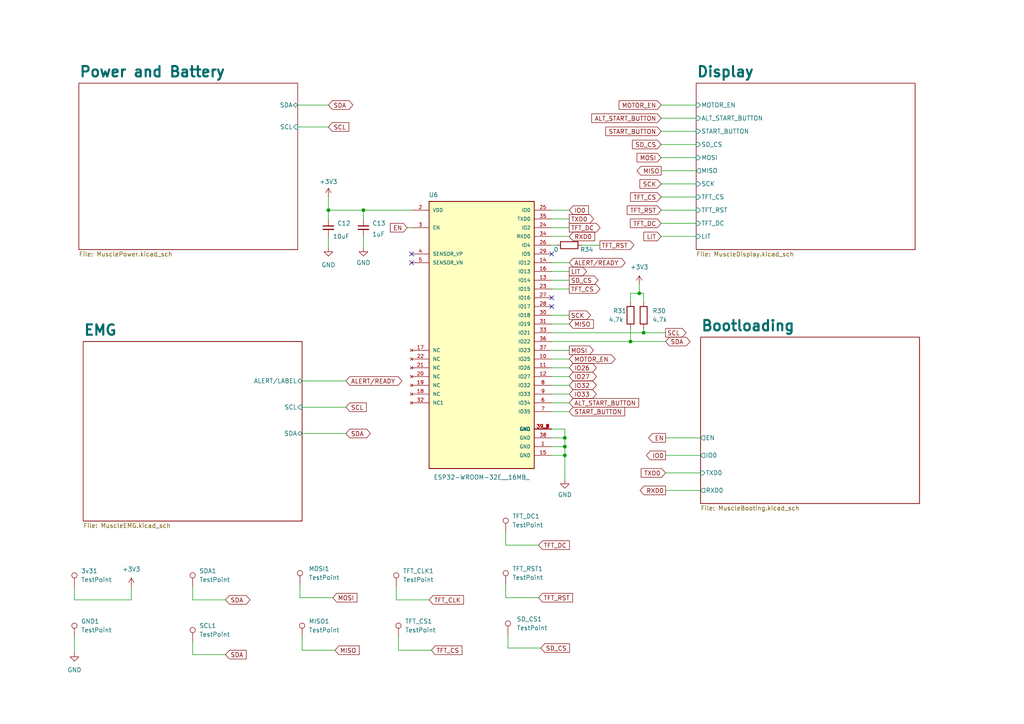
<source format=kicad_sch>
(kicad_sch (version 20230121) (generator eeschema)
  (paper "A4")
  (title_block (title "Muscle Recovery V1 Schematic") (company "Generate Product Development Studio"))
  (lib_symbols
    (symbol "Connector:TestPoint" (pin_numbers hide) (pin_names (offset 0.762) hide)
      (property "Reference" "TP" (at 0 6.858 0))
      (property "Value" "TestPoint" (at 0 5.08 0))
      (symbol "TestPoint_0_1"
        (circle (center 0 3.302) (radius 0.762))
      )
      (symbol "TestPoint_1_1"
        (pin passive line (at 0 0 90) (length 2.54) (name "1") (number "1"))
      )
    )
    (symbol "Device:C_Small" (pin_numbers hide) (pin_names (offset 0.254) hide)
      (property "Reference" "C" (at 0.254 1.778 0))
      (property "Value" "C_Small" (at 0.254 -2.032 0))
      (symbol "C_Small_0_1"
        (polyline (pts (xy -1.524 -0.508) (xy 1.524 -0.508)) (stroke (width 0.3302)))
        (polyline (pts (xy -1.524 0.508) (xy 1.524 0.508)) (stroke (width 0.3048)))
      )
      (symbol "C_Small_1_1"
        (pin passive line (at 0 2.54 270) (length 2.032) (name "~") (number "1"))
        (pin passive line (at 0 -2.54 90) (length 2.032) (name "~") (number "2"))
      )
    )
    (symbol "Device:R" (pin_numbers hide) (pin_names (offset 0))
      (property "Reference" "R" (at 2.032 0 90))
      (property "Value" "R" (at 0 0 90))
      (symbol "R_0_1"
        (rectangle (start -1.016 -2.54) (end 1.016 2.54) (stroke (width 0.254)))
      )
      (symbol "R_1_1"
        (pin passive line (at 0 3.81 270) (length 1.27) (name "~") (number "1"))
        (pin passive line (at 0 -3.81 90) (length 1.27) (name "~") (number "2"))
      )
    )
    (symbol "MuscleRecoverySymbolLibray:ESP32-WROOM-32E__16MB_" (pin_names (offset 1.016))
      (property "Reference" "U" (at -15.24 33.909 0))
      (property "Value" "ESP32-WROOM-32E__16MB_" (at -12.7 -49.53 0))
      (symbol "ESP32-WROOM-32E__16MB__0_0"
        (rectangle (start -15.24 33.02) (end 15.24 -44.45) (stroke (width 0.254)) (fill (type background)))
        (pin power_in line (at 20.32 -38.1 180) (length 5.08) (name "GND") (number "1"))
        (pin bidirectional line (at 20.32 -12.7 180) (length 5.08) (name "IO25") (number "10"))
        (pin bidirectional line (at 20.32 -15.24 180) (length 5.08) (name "IO26") (number "11"))
        (pin bidirectional line (at 20.32 -17.78 180) (length 5.08) (name "IO27") (number "12"))
        (pin bidirectional line (at 20.32 10.16 180) (length 5.08) (name "IO14") (number "13"))
        (pin bidirectional line (at 20.32 15.24 180) (length 5.08) (name "IO12") (number "14"))
        (pin power_in line (at 20.32 -40.64 180) (length 5.08) (name "GND") (number "15"))
        (pin bidirectional line (at 20.32 12.7 180) (length 5.08) (name "IO13") (number "16"))
        (pin no_connect line (at -20.32 -10.16 0) (length 5.08) (name "NC") (number "17"))
        (pin no_connect line (at -20.32 -22.86 0) (length 5.08) (name "NC") (number "18"))
        (pin no_connect line (at -20.32 -20.32 0) (length 5.08) (name "NC") (number "19"))
        (pin no_connect line (at -20.32 -17.78 0) (length 5.08) (name "NC") (number "20"))
        (pin no_connect line (at -20.32 -15.24 0) (length 5.08) (name "NC") (number "21"))
        (pin no_connect line (at -20.32 -12.7 0) (length 5.08) (name "NC") (number "22"))
        (pin bidirectional line (at 20.32 7.62 180) (length 5.08) (name "IO15") (number "23"))
        (pin bidirectional line (at 20.32 25.4 180) (length 5.08) (name "IO2") (number "24"))
        (pin bidirectional line (at 20.32 30.48 180) (length 5.08) (name "IO0") (number "25"))
        (pin bidirectional line (at 20.32 20.32 180) (length 5.08) (name "IO4") (number "26"))
        (pin bidirectional line (at 20.32 5.08 180) (length 5.08) (name "IO16") (number "27"))
        (pin bidirectional line (at 20.32 2.54 180) (length 5.08) (name "IO17") (number "28"))
        (pin bidirectional line (at 20.32 17.78 180) (length 5.08) (name "IO5") (number "29"))
        (pin input line (at -20.32 25.4 0) (length 5.08) (name "EN") (number "3"))
        (pin bidirectional line (at 20.32 0 180) (length 5.08) (name "IO18") (number "30"))
        (pin bidirectional line (at 20.32 -2.54 180) (length 5.08) (name "IO19") (number "31"))
        (pin no_connect line (at -20.32 -25.4 0) (length 5.08) (name "NC1") (number "32"))
        (pin bidirectional line (at 20.32 -5.08 180) (length 5.08) (name "IO21") (number "33"))
        (pin bidirectional line (at 20.32 22.86 180) (length 5.08) (name "RXD0") (number "34"))
        (pin bidirectional line (at 20.32 27.94 180) (length 5.08) (name "TXD0") (number "35"))
        (pin bidirectional line (at 20.32 -7.62 180) (length 5.08) (name "IO22") (number "36"))
        (pin bidirectional line (at 20.32 -10.16 180) (length 5.08) (name "IO23") (number "37"))
        (pin power_in line (at 20.32 -35.56 180) (length 5.08) (name "GND") (number "38"))
        (pin power_in line (at 20.32 -33.02 180) (length 5.08) (name "GND") (number "39_1"))
        (pin power_in line (at 20.32 -33.02 180) (length 5.08) (name "GND") (number "39_2"))
        (pin power_in line (at 20.32 -33.02 180) (length 5.08) (name "GND") (number "39_3"))
        (pin power_in line (at 20.32 -33.02 180) (length 5.08) (name "GND") (number "39_4"))
        (pin power_in line (at 20.32 -33.02 180) (length 5.08) (name "GND") (number "39_5"))
        (pin power_in line (at 20.32 -33.02 180) (length 5.08) (name "GND") (number "39_6"))
        (pin power_in line (at 20.32 -33.02 180) (length 5.08) (name "GND") (number "39_7"))
        (pin power_in line (at 20.32 -33.02 180) (length 5.08) (name "GND") (number "39_8"))
        (pin power_in line (at 20.32 -33.02 180) (length 5.08) (name "GND") (number "39_9"))
        (pin input line (at -20.32 17.78 0) (length 5.08) (name "SENSOR_VP") (number "4"))
        (pin input line (at -20.32 15.24 0) (length 5.08) (name "SENSOR_VN") (number "5"))
        (pin input line (at 20.32 -25.4 180) (length 5.08) (name "IO34") (number "6"))
        (pin input line (at 20.32 -27.94 180) (length 5.08) (name "IO35") (number "7"))
        (pin bidirectional line (at 20.32 -20.32 180) (length 5.08) (name "IO32") (number "8"))
        (pin bidirectional line (at 20.32 -22.86 180) (length 5.08) (name "IO33") (number "9"))
      )
      (symbol "ESP32-WROOM-32E__16MB__1_0"
        (pin power_in line (at -20.32 30.48 0) (length 5.08) (name "VDD") (number "2"))
      )
    )
    (symbol "power:+3V3" (power) (pin_names (offset 0))
      (property "Value" "+3V3" (at 0 3.556 0))
      (symbol "+3V3_0_1"
        (polyline (pts (xy -0.762 1.27) (xy 0 2.54)))
        (polyline (pts (xy 0 0) (xy 0 2.54)))
        (polyline (pts (xy 0 2.54) (xy 0.762 1.27)))
      )
      (symbol "+3V3_1_1"
        (pin power_in line (at 0 0 90) (length 0) hide (name "+3V3") (number "1"))
      )
    )
    (symbol "power:GND" (power) (pin_names (offset 0))
      (property "Value" "GND" (at 0 -3.81 0))
      (symbol "GND_0_1"
        (polyline (pts (xy 0 0) (xy 0 -1.27) (xy 1.27 -1.27) (xy 0 -2.54) (xy -1.27 -1.27) (xy 0 -1.27)))
      )
      (symbol "GND_1_1"
        (pin power_in line (at 0 0 270) (length 0) hide (name "GND") (number "1"))
      )
    )
  )
  (junction (at 105.41 60.96))
  (junction (at 163.83 132.08))
  (junction (at 186.69 96.52))
  (junction (at 163.83 129.54))
  (junction (at 182.88 99.06))
  (junction (at 185.42 85.09))
  (junction (at 163.83 127))
  (junction (at 95.25 60.96))
  (no_connect (at 160.02 86.36))
  (no_connect (at 160.02 73.66))
  (no_connect (at 160.02 88.9))
  (no_connect (at 119.38 76.2))
  (no_connect (at 119.38 73.66))
  (wire (pts (xy 191.77 57.15) (xy 201.93 57.15)))
  (wire (pts (xy 86.36 36.83) (xy 95.25 36.83)))
  (wire (pts (xy 160.02 127) (xy 163.83 127)))
  (wire (pts (xy 55.88 173.99) (xy 65.405 173.99)))
  (wire (pts (xy 87.63 184.785) (xy 87.63 188.595)))
  (wire (pts (xy 55.88 189.865) (xy 65.405 189.865)))
  (wire (pts (xy 182.88 95.25) (xy 182.88 99.06)))
  (wire (pts (xy 87.63 110.49) (xy 100.33 110.49)))
  (wire (pts (xy 160.02 101.6) (xy 165.1 101.6)))
  (wire (pts (xy 191.77 30.48) (xy 201.93 30.48)))
  (wire (pts (xy 193.04 142.24) (xy 203.2 142.24)))
  (wire (pts (xy 146.685 158.115) (xy 156.21 158.115)))
  (wire (pts (xy 160.02 106.68) (xy 165.1 106.68)))
  (wire (pts (xy 185.42 85.09) (xy 186.69 85.09)))
  (wire (pts (xy 160.02 116.84) (xy 165.1 116.84)))
  (wire (pts (xy 87.63 188.595) (xy 97.155 188.595)))
  (wire (pts (xy 95.25 68.58) (xy 95.25 71.755)))
  (wire (pts (xy 105.41 71.755) (xy 105.41 68.58)))
  (wire (pts (xy 160.02 99.06) (xy 182.88 99.06)))
  (wire (pts (xy 160.02 63.5) (xy 165.1 63.5)))
  (wire (pts (xy 191.77 41.91) (xy 201.93 41.91)))
  (wire (pts (xy 191.77 60.96) (xy 201.93 60.96)))
  (wire (pts (xy 160.02 91.44) (xy 165.1 91.44)))
  (wire (pts (xy 87.63 125.73) (xy 100.33 125.73)))
  (wire (pts (xy 86.36 30.48) (xy 95.25 30.48)))
  (wire (pts (xy 105.41 63.5) (xy 105.41 60.96)))
  (wire (pts (xy 163.83 124.46) (xy 163.83 127)))
  (wire (pts (xy 146.685 154.305) (xy 146.685 158.115)))
  (wire (pts (xy 95.25 60.96) (xy 95.25 63.5)))
  (wire (pts (xy 163.83 132.08) (xy 163.83 139.065)))
  (wire (pts (xy 147.32 187.96) (xy 156.845 187.96)))
  (wire (pts (xy 191.77 64.77) (xy 201.93 64.77)))
  (wire (pts (xy 95.25 60.96) (xy 105.41 60.96)))
  (wire (pts (xy 193.04 132.08) (xy 203.2 132.08)))
  (wire (pts (xy 114.935 173.99) (xy 124.46 173.99)))
  (wire (pts (xy 182.88 85.09) (xy 185.42 85.09)))
  (wire (pts (xy 160.02 83.82) (xy 165.1 83.82)))
  (wire (pts (xy 147.32 184.15) (xy 147.32 187.96)))
  (wire (pts (xy 163.83 127) (xy 163.83 129.54)))
  (wire (pts (xy 160.02 96.52) (xy 186.69 96.52)))
  (wire (pts (xy 185.42 82.55) (xy 185.42 85.09)))
  (wire (pts (xy 87.63 118.11) (xy 100.33 118.11)))
  (wire (pts (xy 105.41 60.96) (xy 119.38 60.96)))
  (wire (pts (xy 21.59 173.99) (xy 38.1 173.99)))
  (wire (pts (xy 160.02 93.98) (xy 165.1 93.98)))
  (wire (pts (xy 160.02 78.74) (xy 165.1 78.74)))
  (wire (pts (xy 191.77 38.1) (xy 201.93 38.1)))
  (wire (pts (xy 191.77 34.29) (xy 201.93 34.29)))
  (wire (pts (xy 160.02 124.46) (xy 163.83 124.46)))
  (wire (pts (xy 186.69 95.25) (xy 186.69 96.52)))
  (wire (pts (xy 160.02 81.28) (xy 165.1 81.28)))
  (wire (pts (xy 163.83 129.54) (xy 163.83 132.08)))
  (wire (pts (xy 193.04 137.16) (xy 203.2 137.16)))
  (wire (pts (xy 160.02 114.3) (xy 165.1 114.3)))
  (wire (pts (xy 186.69 85.09) (xy 186.69 87.63)))
  (wire (pts (xy 186.69 96.52) (xy 193.04 96.52)))
  (wire (pts (xy 115.57 188.595) (xy 125.095 188.595)))
  (wire (pts (xy 182.88 99.06) (xy 193.04 99.06)))
  (wire (pts (xy 191.77 45.72) (xy 201.93 45.72)))
  (wire (pts (xy 160.02 132.08) (xy 163.83 132.08)))
  (wire (pts (xy 55.88 170.18) (xy 55.88 173.99)))
  (wire (pts (xy 160.02 119.38) (xy 165.1 119.38)))
  (wire (pts (xy 160.02 111.76) (xy 165.1 111.76)))
  (wire (pts (xy 118.11 66.04) (xy 119.38 66.04)))
  (wire (pts (xy 95.25 57.15) (xy 95.25 60.96)))
  (wire (pts (xy 55.88 186.055) (xy 55.88 189.865)))
  (wire (pts (xy 160.02 104.14) (xy 165.1 104.14)))
  (wire (pts (xy 160.02 109.22) (xy 165.1 109.22)))
  (wire (pts (xy 115.57 184.785) (xy 115.57 188.595)))
  (wire (pts (xy 160.02 71.12) (xy 161.29 71.12)))
  (wire (pts (xy 86.995 173.355) (xy 96.52 173.355)))
  (wire (pts (xy 191.77 49.53) (xy 201.93 49.53)))
  (wire (pts (xy 168.91 71.12) (xy 173.99 71.12)))
  (wire (pts (xy 146.685 169.545) (xy 146.685 173.355)))
  (wire (pts (xy 160.02 60.96) (xy 165.1 60.96)))
  (wire (pts (xy 160.02 66.04) (xy 165.1 66.04)))
  (wire (pts (xy 160.02 129.54) (xy 163.83 129.54)))
  (wire (pts (xy 191.77 53.34) (xy 201.93 53.34)))
  (wire (pts (xy 182.88 87.63) (xy 182.88 85.09)))
  (wire (pts (xy 38.1 173.99) (xy 38.1 170.18)))
  (wire (pts (xy 21.59 170.18) (xy 21.59 173.99)))
  (wire (pts (xy 114.935 170.18) (xy 114.935 173.99)))
  (wire (pts (xy 160.02 76.2) (xy 165.1 76.2)))
  (wire (pts (xy 86.995 169.545) (xy 86.995 173.355)))
  (wire (pts (xy 193.04 127) (xy 203.2 127)))
  (wire (pts (xy 146.685 173.355) (xy 156.21 173.355)))
  (wire (pts (xy 191.77 68.58) (xy 201.93 68.58)))
  (wire (pts (xy 160.02 68.58) (xy 165.1 68.58)))
  (wire (pts (xy 21.59 184.785) (xy 21.59 189.23)))
  (global_label "TFT_DC" (shape input) (at 191.77 64.77 180) (property "Intersheetrefs" "${INTERSHEET_REFS}" (effects hide)))
  (global_label "LIT" (shape output) (at 165.1 78.74 0) (property "Intersheetrefs" "${INTERSHEET_REFS}" (effects hide)))
  (global_label "IO0" (shape input) (at 165.1 60.96 0) (property "Intersheetrefs" "${INTERSHEET_REFS}" (effects hide)))
  (global_label "MOTOR_EN" (shape bidirectional) (at 165.1 104.14 0) (property "Intersheetrefs" "${INTERSHEET_REFS}" (effects hide)))
  (global_label "TFT_RST" (shape output) (at 173.99 71.12 0) (property "Intersheetrefs" "${INTERSHEET_REFS}" (effects hide)))
  (global_label "TFT_DC" (shape input) (at 156.21 158.115 0) (property "Intersheetrefs" "${INTERSHEET_REFS}" (effects hide)))
  (global_label "MISO" (shape input) (at 97.155 188.595 0) (property "Intersheetrefs" "${INTERSHEET_REFS}" (effects hide)))
  (global_label "SDA" (shape input) (at 65.405 189.865 0) (property "Intersheetrefs" "${INTERSHEET_REFS}" (effects hide)))
  (global_label "SDA" (shape bidirectional) (at 100.33 125.73 0) (property "Intersheetrefs" "${INTERSHEET_REFS}" (effects hide)))
  (global_label "START_BUTTON" (shape input) (at 191.77 38.1 180) (property "Intersheetrefs" "${INTERSHEET_REFS}" (effects hide)))
  (global_label "MOSI" (shape input) (at 96.52 173.355 0) (property "Intersheetrefs" "${INTERSHEET_REFS}" (effects hide)))
  (global_label "SDA" (shape bidirectional) (at 193.04 99.06 0) (property "Intersheetrefs" "${INTERSHEET_REFS}" (effects hide)))
  (global_label "TFT_CLK" (shape input) (at 124.46 173.99 0) (property "Intersheetrefs" "${INTERSHEET_REFS}" (effects hide)))
  (global_label "MOSI" (shape output) (at 165.1 101.6 0) (property "Intersheetrefs" "${INTERSHEET_REFS}" (effects hide)))
  (global_label "SCL" (shape input) (at 95.25 36.83 0) (property "Intersheetrefs" "${INTERSHEET_REFS}" (effects hide)))
  (global_label "ALT_START_BUTTON" (shape input) (at 191.77 34.29 180) (property "Intersheetrefs" "${INTERSHEET_REFS}" (effects hide)))
  (global_label "MOTOR_EN" (shape input) (at 191.77 30.48 180) (property "Intersheetrefs" "${INTERSHEET_REFS}" (effects hide)))
  (global_label "SDA" (shape bidirectional) (at 65.405 173.99 0) (property "Intersheetrefs" "${INTERSHEET_REFS}" (effects hide)))
  (global_label "SCK" (shape input) (at 191.77 53.34 180) (property "Intersheetrefs" "${INTERSHEET_REFS}" (effects hide)))
  (global_label "TXD0" (shape input) (at 193.04 137.16 180) (property "Intersheetrefs" "${INTERSHEET_REFS}" (effects hide)))
  (global_label "SD_CS" (shape output) (at 165.1 81.28 0) (property "Intersheetrefs" "${INTERSHEET_REFS}" (effects hide)))
  (global_label "LIT" (shape input) (at 191.77 68.58 180) (property "Intersheetrefs" "${INTERSHEET_REFS}" (effects hide)))
  (global_label "IO26" (shape bidirectional) (at 165.1 106.68 0) (property "Intersheetrefs" "${INTERSHEET_REFS}" (effects hide)))
  (global_label "TFT_RST" (shape input) (at 156.21 173.355 0) (property "Intersheetrefs" "${INTERSHEET_REFS}" (effects hide)))
  (global_label "SCL" (shape input) (at 100.33 118.11 0) (property "Intersheetrefs" "${INTERSHEET_REFS}" (effects hide)))
  (global_label "TFT_DC" (shape output) (at 165.1 66.04 0) (property "Intersheetrefs" "${INTERSHEET_REFS}" (effects hide)))
  (global_label "IO33" (shape bidirectional) (at 165.1 114.3 0) (property "Intersheetrefs" "${INTERSHEET_REFS}" (effects hide)))
  (global_label "SCK" (shape output) (at 165.1 91.44 0) (property "Intersheetrefs" "${INTERSHEET_REFS}" (effects hide)))
  (global_label "TFT_CS" (shape input) (at 191.77 57.15 180) (property "Intersheetrefs" "${INTERSHEET_REFS}" (effects hide)))
  (global_label "SD_CS" (shape input) (at 191.77 41.91 180) (property "Intersheetrefs" "${INTERSHEET_REFS}" (effects hide)))
  (global_label "MISO" (shape input) (at 165.1 93.98 0) (property "Intersheetrefs" "${INTERSHEET_REFS}" (effects hide)))
  (global_label "RXD0" (shape input) (at 165.1 68.58 0) (property "Intersheetrefs" "${INTERSHEET_REFS}" (effects hide)))
  (global_label "EN" (shape output) (at 193.04 127 180) (property "Intersheetrefs" "${INTERSHEET_REFS}" (effects hide)))
  (global_label "IO32" (shape bidirectional) (at 165.1 111.76 0) (property "Intersheetrefs" "${INTERSHEET_REFS}" (effects hide)))
  (global_label "IO0" (shape output) (at 193.04 132.08 180) (property "Intersheetrefs" "${INTERSHEET_REFS}" (effects hide)))
  (global_label "TFT_RST" (shape input) (at 191.77 60.96 180) (property "Intersheetrefs" "${INTERSHEET_REFS}" (effects hide)))
  (global_label "ALERT{slash}READY" (shape bidirectional) (at 100.33 110.49 0) (property "Intersheetrefs" "${INTERSHEET_REFS}" (effects hide)))
  (global_label "RXD0" (shape output) (at 193.04 142.24 180) (property "Intersheetrefs" "${INTERSHEET_REFS}" (effects hide)))
  (global_label "SDA" (shape bidirectional) (at 95.25 30.48 0) (property "Intersheetrefs" "${INTERSHEET_REFS}" (effects hide)))
  (global_label "MOSI" (shape input) (at 191.77 45.72 180) (property "Intersheetrefs" "${INTERSHEET_REFS}" (effects hide)))
  (global_label "SCL" (shape output) (at 193.04 96.52 0) (property "Intersheetrefs" "${INTERSHEET_REFS}" (effects hide)))
  (global_label "START_BUTTON" (shape input) (at 165.1 119.38 0) (property "Intersheetrefs" "${INTERSHEET_REFS}" (effects hide)))
  (global_label "MISO" (shape output) (at 191.77 49.53 180) (property "Intersheetrefs" "${INTERSHEET_REFS}" (effects hide)))
  (global_label "ALT_START_BUTTON" (shape input) (at 165.1 116.84 0) (property "Intersheetrefs" "${INTERSHEET_REFS}" (effects hide)))
  (global_label "TXD0" (shape output) (at 165.1 63.5 0) (property "Intersheetrefs" "${INTERSHEET_REFS}" (effects hide)))
  (global_label "EN" (shape input) (at 118.11 66.04 180) (property "Intersheetrefs" "${INTERSHEET_REFS}" (effects hide)))
  (global_label "SD_CS" (shape input) (at 156.845 187.96 0) (property "Intersheetrefs" "${INTERSHEET_REFS}" (effects hide)))
  (global_label "TFT_CS" (shape input) (at 125.095 188.595 0) (property "Intersheetrefs" "${INTERSHEET_REFS}" (effects hide)))
  (global_label "IO27" (shape bidirectional) (at 165.1 109.22 0) (property "Intersheetrefs" "${INTERSHEET_REFS}" (effects hide)))
  (global_label "ALERT{slash}READY" (shape bidirectional) (at 165.1 76.2 0) (property "Intersheetrefs" "${INTERSHEET_REFS}" (effects hide)))
  (global_label "TFT_CS" (shape output) (at 165.1 83.82 0) (property "Intersheetrefs" "${INTERSHEET_REFS}" (effects hide)))
  (symbol (lib_id "Connector:TestPoint") (at 146.685 169.545 0) (unit 1)
    (property "Reference" "TFT_RST1" (at 148.59 164.973 0) (effects (justify left)))
    (property "Value" "TestPoint" (at 148.59 167.513 0) (effects (justify left)))
    (property "Footprint" "TestPoint:TestPoint_Pad_D1.5mm" (effects hide))
  )
  (symbol (lib_id "Connector:TestPoint") (at 21.59 170.18 0) (unit 1)
    (property "Reference" "3v31" (at 23.495 165.608 0) (effects (justify left)))
    (property "Value" "TestPoint" (at 23.495 168.148 0) (effects (justify left)))
    (property "Footprint" "TestPoint:TestPoint_Pad_D1.5mm" (effects hide))
  )
  (symbol (lib_id "power:GND") (at 21.59 189.23 0) (unit 1)
    (property "Reference" "#PWR052" (effects hide))
    (property "Value" "GND" (at 21.59 194.31 0))
  )
  (symbol (lib_id "Connector:TestPoint") (at 87.63 184.785 0) (unit 1)
    (property "Reference" "MISO1" (at 89.535 180.213 0) (effects (justify left)))
    (property "Value" "TestPoint" (at 89.535 182.753 0) (effects (justify left)))
    (property "Footprint" "TestPoint:TestPoint_Pad_D1.5mm" (effects hide))
  )
  (symbol (lib_id "Device:C_Small") (at 95.25 66.04 0) (unit 1)
    (property "Reference" "C12" (at 97.79 64.7763 0) (effects (justify left)))
    (property "Value" "10uF" (at 96.52 68.58 0) (effects (justify left)))
    (property "Footprint" "Capacitor_SMD:C_0402_1005Metric" (effects hide))
  )
  (symbol (lib_id "Device:C_Small") (at 105.41 66.04 0) (unit 1)
    (property "Reference" "C13" (at 107.95 64.77 0) (effects (justify left)))
    (property "Value" "1uF" (at 107.95 67.945 0) (effects (justify left)))
    (property "Footprint" "Capacitor_SMD:C_0402_1005Metric" (effects hide))
  )
  (symbol (lib_id "Connector:TestPoint") (at 146.685 154.305 0) (unit 1)
    (property "Reference" "TFT_DC1" (at 148.59 149.733 0) (effects (justify left)))
    (property "Value" "TestPoint" (at 148.59 152.273 0) (effects (justify left)))
    (property "Footprint" "TestPoint:TestPoint_Pad_D1.5mm" (effects hide))
  )
  (symbol (lib_id "Connector:TestPoint") (at 147.32 184.15 0) (unit 1)
    (property "Reference" "SD_CS1" (at 149.86 179.578 0) (effects (justify left)))
    (property "Value" "TestPoint" (at 149.86 182.118 0) (effects (justify left)))
    (property "Footprint" "TestPoint:TestPoint_Pad_D1.5mm" (effects hide))
  )
  (symbol (lib_id "Device:R") (at 186.69 91.44 0) (unit 1)
    (property "Reference" "R30" (at 189.23 90.17 0) (effects (justify left)))
    (property "Value" "4.7k" (at 189.23 92.71 0) (effects (justify left)))
    (property "Footprint" "Resistor_SMD:R_0402_1005Metric" (effects hide))
  )
  (symbol (lib_id "Connector:TestPoint") (at 55.88 186.055 0) (unit 1)
    (property "Reference" "SCL1" (at 57.785 181.483 0) (effects (justify left)))
    (property "Value" "TestPoint" (at 57.785 184.023 0) (effects (justify left)))
    (property "Footprint" "TestPoint:TestPoint_Pad_D1.5mm" (effects hide))
  )
  (symbol (lib_id "power:GND") (at 95.25 71.755 0) (unit 1)
    (property "Reference" "#PWR046" (effects hide))
    (property "Value" "GND" (at 95.25 76.835 0))
  )
  (symbol (lib_id "Connector:TestPoint") (at 114.935 170.18 0) (unit 1)
    (property "Reference" "TFT_CLK1" (at 116.84 165.608 0) (effects (justify left)))
    (property "Value" "TestPoint" (at 116.84 168.148 0) (effects (justify left)))
    (property "Footprint" "TestPoint:TestPoint_Pad_D1.5mm" (effects hide))
  )
  (symbol (lib_id "Device:R") (at 182.88 91.44 180) (unit 1)
    (property "Reference" "R31" (at 177.8 90.17 0) (effects (justify right)))
    (property "Value" "4.7k" (at 176.53 92.71 0) (effects (justify right)))
    (property "Footprint" "Resistor_SMD:R_0402_1005Metric" (effects hide))
  )
  (symbol (lib_id "Connector:TestPoint") (at 21.59 184.785 0) (unit 1)
    (property "Reference" "GND1" (at 23.495 180.213 0) (effects (justify left)))
    (property "Value" "TestPoint" (at 23.495 182.753 0) (effects (justify left)))
    (property "Footprint" "TestPoint:TestPoint_Pad_D1.5mm" (effects hide))
  )
  (symbol (lib_id "power:+3V3") (at 95.25 57.15 0) (unit 1)
    (property "Reference" "#PWR015" (effects hide))
    (property "Value" "+3V3" (at 95.25 52.705 0))
  )
  (symbol (lib_id "power:+3V3") (at 38.1 170.18 0) (unit 1)
    (property "Reference" "#PWR048" (effects hide))
    (property "Value" "+3V3" (at 38.1 165.1 0))
  )
  (symbol (lib_id "Connector:TestPoint") (at 115.57 184.785 0) (unit 1)
    (property "Reference" "TFT_CS1" (at 117.475 180.213 0) (effects (justify left)))
    (property "Value" "TestPoint" (at 117.475 182.753 0) (effects (justify left)))
    (property "Footprint" "TestPoint:TestPoint_Pad_D1.5mm" (effects hide))
  )
  (symbol (lib_id "Device:R") (at 165.1 71.12 270) (unit 1)
    (property "Reference" "R34" (at 170.18 72.39 90))
    (property "Value" "0" (at 161.29 72.39 90))
    (property "Footprint" "Resistor_SMD:R_0402_1005Metric" (effects hide))
  )
  (symbol (lib_id "Connector:TestPoint") (at 86.995 169.545 0) (unit 1)
    (property "Reference" "MOSI1" (at 89.535 164.973 0) (effects (justify left)))
    (property "Value" "TestPoint" (at 89.535 167.513 0) (effects (justify left)))
    (property "Footprint" "TestPoint:TestPoint_Pad_D1.5mm" (effects hide))
  )
  (symbol (lib_id "power:+3V3") (at 185.42 82.55 0) (unit 1)
    (property "Reference" "#PWR010" (effects hide))
    (property "Value" "+3V3" (at 185.42 77.47 0))
  )
  (symbol (lib_id "power:GND") (at 105.41 71.755 0) (unit 1)
    (property "Reference" "#PWR047" (effects hide))
    (property "Value" "GND" (at 105.41 76.2 0))
  )
  (symbol (lib_id "Connector:TestPoint") (at 55.88 170.18 0) (unit 1)
    (property "Reference" "SDA1" (at 57.785 165.608 0) (effects (justify left)))
    (property "Value" "TestPoint" (at 57.785 168.148 0) (effects (justify left)))
    (property "Footprint" "TestPoint:TestPoint_Pad_D1.5mm" (effects hide))
  )
  (symbol (lib_id "power:GND") (at 163.83 139.065 0) (unit 1)
    (property "Reference" "#PWR011" (effects hide))
    (property "Value" "GND" (at 163.83 143.51 0))
  )
  (symbol (lib_id "MuscleRecoverySymbolLibray:ESP32-WROOM-32E__16MB_") (at 139.7 91.44 0) (unit 1)
    (property "Reference" "U6" (at 125.73 56.515 0))
    (property "Value" "ESP32-WROOM-32E__16MB_" (at 139.7 138.43 0))
    (property "Footprint" "Muscle_Recovery_Footprint_Library:XCVR_ESP32-WROOM-32E__16MB_" (effects hide))
    (property "MF" "Espressif Systems" (effects hide))
    (property "MAXIMUM_PACKAGE_HEIGHT" "3.25mm" (effects hide))
    (property "Package" "SMD-44 Espressif Systems" (effects hide))
    (property "Price" "None" (effects hide))
    (property "Check_prices" "https://www.snapeda.com/parts/ESP32-WROOM-32E%20(16MB)/Espressif+Systems/view-part/?ref=eda" (effects hide))
    (property "STANDARD" "Manufacturer Recommendations" (effects hide))
    (property "PARTREV" "1.4" (effects hide))
    (property "SnapEDA_Link" "https://www.snapeda.com/parts/ESP32-WROOM-32E%20(16MB)/Espressif+Systems/view-part/?ref=snap" (effects hide))
    (property "MP" "ESP32-WROOM-32E (16MB)" (effects hide))
    (property "Description" "\nBluetooth, WiFi 802.11b/g/n, Bluetooth v4.2 +EDR, Class 1, 2 and 3 Transceiver Module 2.4GHz ~ 2.5GHz Integrated, Trace Surface Mount\n" (effects hide))
    (property "Availability" "Not in stock" (effects hide))
    (property "MANUFACTURER" "Espressif Systems" (effects hide))
  )
  (sheet (at 24.13 99.06) (size 63.5 52.07) (stroke (width 0.1524))
    (property "Sheetname" "EMG" (at 24.13 97.4834 0) (effects (font (size 3 3) bold) (justify left bottom)))
    (property "Sheetfile" "MuscleEMG.kicad_sch" (at 24.13 151.7146 0) (effects (justify left top)))
    (pin "ALERT{slash}LABEL" bidirectional (at 87.63 110.49 0))
    (pin "SCL" input (at 87.63 118.11 0))
    (pin "SDA" bidirectional (at 87.63 125.73 0))
  )
  (sheet (at 203.2 97.79) (size 63.5 48.26) (stroke (width 0.1524))
    (property "Sheetname" "Bootloading" (at 203.2 96.2134 0) (effects (font (size 3 3) bold) (justify left bottom)))
    (property "Sheetfile" "MuscleBooting.kicad_sch" (at 203.2 146.6346 0) (effects (justify left top)))
    (pin "EN" output (at 203.2 127 180))
    (pin "IO0" output (at 203.2 132.08 180))
    (pin "TXD0" input (at 203.2 137.16 180))
    (pin "RXD0" output (at 203.2 142.24 180))
  )
  (sheet (at 22.86 24.13) (size 63.5 48.26) (stroke (width 0.1524))
    (property "Sheetname" "Power and Battery" (at 22.86 22.5534 0) (effects (font (size 3 3) bold) (justify left bottom)))
    (property "Sheetfile" "MusclePower.kicad_sch" (at 22.86 72.9746 0) (effects (justify left top)))
    (pin "SDA" bidirectional (at 86.36 30.48 0))
    (pin "SCL" input (at 86.36 36.83 0))
  )
  (sheet (at 201.93 24.13) (size 63.5 48.26) (stroke (width 0.1524))
    (property "Sheetname" "Display" (at 201.93 22.5534 0) (effects (font (size 3 3) bold) (justify left bottom)))
    (property "Sheetfile" "MuscleDisplay.kicad_sch" (at 201.93 72.9746 0) (effects (justify left top)))
    (pin "MISO" output (at 201.93 49.53 180))
    (pin "MOSI" input (at 201.93 45.72 180))
    (pin "SD_CS" input (at 201.93 41.91 180))
    (pin "TFT_DC" input (at 201.93 64.77 180))
    (pin "TFT_RST" input (at 201.93 60.96 180))
    (pin "TFT_CS" input (at 201.93 57.15 180))
    (pin "LIT" input (at 201.93 68.58 180))
    (pin "SCK" input (at 201.93 53.34 180))
    (pin "START_BUTTON" input (at 201.93 38.1 180))
    (pin "ALT_START_BUTTON" input (at 201.93 34.29 180))
    (pin "MOTOR_EN" input (at 201.93 30.48 180))
  )
)
</source>
